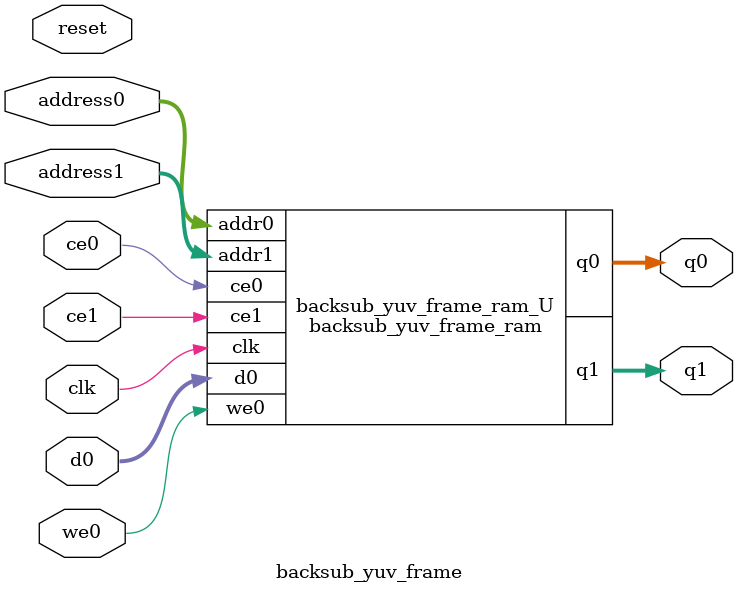
<source format=v>

`timescale 1 ns / 1 ps
module backsub_yuv_frame_ram (addr0, ce0, d0, we0, q0, addr1, ce1, q1,  clk);

parameter DWIDTH = 32;
parameter AWIDTH = 16;
parameter MEM_SIZE = 38400;

input[AWIDTH-1:0] addr0;
input ce0;
input[DWIDTH-1:0] d0;
input we0;
output reg[DWIDTH-1:0] q0;
input[AWIDTH-1:0] addr1;
input ce1;
output reg[DWIDTH-1:0] q1;
input clk;

(* ram_style = "block" *)reg [DWIDTH-1:0] ram[MEM_SIZE-1:0];




always @(posedge clk)  
begin 
    if (ce0) 
    begin
        if (we0) 
        begin 
            ram[addr0] <= d0; 
            q0 <= d0;
        end 
        else 
            q0 <= ram[addr0];
    end
end


always @(posedge clk)  
begin 
    if (ce1) 
    begin
            q1 <= ram[addr1];
    end
end


endmodule


`timescale 1 ns / 1 ps
module backsub_yuv_frame(
    reset,
    clk,
    address0,
    ce0,
    we0,
    d0,
    q0,
    address1,
    ce1,
    q1);

parameter DataWidth = 32'd32;
parameter AddressRange = 32'd38400;
parameter AddressWidth = 32'd16;
input reset;
input clk;
input[AddressWidth - 1:0] address0;
input ce0;
input we0;
input[DataWidth - 1:0] d0;
output[DataWidth - 1:0] q0;
input[AddressWidth - 1:0] address1;
input ce1;
output[DataWidth - 1:0] q1;



backsub_yuv_frame_ram backsub_yuv_frame_ram_U(
    .clk( clk ),
    .addr0( address0 ),
    .ce0( ce0 ),
    .d0( d0 ),
    .we0( we0 ),
    .q0( q0 ),
    .addr1( address1 ),
    .ce1( ce1 ),
    .q1( q1 ));

endmodule


</source>
